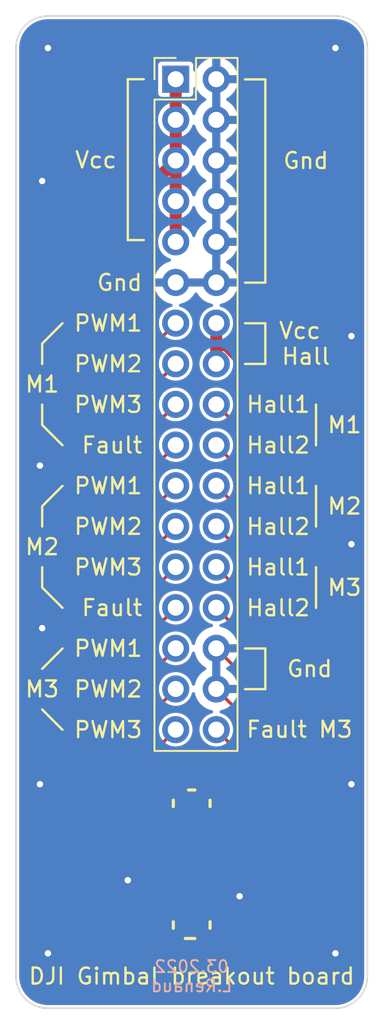
<source format=kicad_pcb>
(kicad_pcb (version 20211014) (generator pcbnew)
  (layers (0 "F.Cu" signal) (31 "B.Cu" signal) (34 "B.Paste" user) (35 "F.Paste" user) (36 "B.SilkS" user "B.Silkscreen") (37 "F.SilkS" user "F.Silkscreen") (38 "B.Mask" user) (39 "F.Mask" user) (44 "Edge.Cuts" user))
  (net 0 "")
  (net 1 "/M3_PWM3")
  (net 2 "/M3_Fault")
  (net 3 "/M3_PWM2")
  (net 4 "GND")
  (net 5 "/M3_PWM1")
  (net 6 "/M2_Fault")
  (net 7 "/M3_Hall2")
  (net 8 "/M2_PWM3")
  (net 9 "/M3_Hall1")
  (net 10 "/M2_PWM2")
  (net 11 "/M2_Hall2")
  (net 12 "/M2_PWM1")
  (net 13 "/M2_Hall1")
  (net 14 "/M1_Fault")
  (net 15 "/M1_Hall2")
  (net 16 "/M1_PWM3")
  (net 17 "/M1_Hall1")
  (net 18 "/M1_PWM2")
  (net 19 "/Vcc_Hall")
  (net 20 "/M1_PWM1")
  (net 21 "VCC")
  (footprint "SamacSys_Parts:BM20B0834DS04V53" (layer "F.Cu") (at 177 110 -90)
    (fp_text reference "J2" hide)
    (fp_text value "BM20B_0.8_-34DS-0.4V_53_" hide)
    (fp_line (start 3.6 -1.15) (end 4 -1.15) (layer "F.SilkS") (width 0.2))
    (fp_line (start 4.64 0.4) (end 4.64 -0.2) (layer "F.SilkS") (width 0.2))
    (fp_line (start -4 -1.15) (end -3.6 -1.15) (layer "F.SilkS") (width 0.2))
    (fp_line (start 3.6 1.15) (end 4 1.15) (layer "F.SilkS") (width 0.2))
    (fp_line (start -4 1.15) (end -3.6 1.15) (layer "F.SilkS") (width 0.2))
    (fp_line (start -4.64 0.2) (end -4.64 -0.2) (layer "F.SilkS") (width 0.2))
    (pad "1" smd rect locked (at -3.2 1.09 270) (size 0.23 0.42) (layers "F.Cu" "F.Paste" "F.Mask") (net 1 "/M3_PWM3"))
    (pad "2" smd rect locked (at -3.2 -1.09 270) (size 0.23 0.42) (layers "F.Cu" "F.Paste" "F.Mask") (net 2 "/M3_Fault"))
    (pad "3" smd rect locked (at -2.8 1.09 270) (size 0.23 0.42) (layers "F.Cu" "F.Paste" "F.Mask") (net 3 "/M3_PWM2"))
    (pad "4" smd rect locked (at -2.8 -1.09 270) (size 0.23 0.42) (layers "F.Cu" "F.Paste" "F.Mask") (net 4 "GND"))
    (pad "5" smd rect locked (at -2.4 1.09 270) (size 0.23 0.42) (layers "F.Cu" "F.Paste" "F.Mask") (net 5 "/M3_PWM1"))
    (pad "6" smd rect locked (at -2.4 -1.09 270) (size 0.23 0.42) (layers "F.Cu" "F.Paste" "F.Mask") (net 4 "GND"))
    (pad "7" smd rect locked (at -2 1.09 270) (size 0.23 0.42) (layers "F.Cu" "F.Paste" "F.Mask") (net 6 "/M2_Fault"))
    (pad "8" smd rect locked (at -2 -1.09 270) (size 0.23 0.42) (layers "F.Cu" "F.Paste" "F.Mask") (net 7 "/M3_Hall2"))
    (pad "9" smd rect locked (at -1.6 1.09 270) (size 0.23 0.42) (layers "F.Cu" "F.Paste" "F.Mask") (net 8 "/M2_PWM3"))
    (pad "10" smd rect locked (at -1.6 -1.09 270) (size 0.23 0.42) (layers "F.Cu" "F.Paste" "F.Mask") (net 9 "/M3_Hall1"))
    (pad "11" smd rect locked (at -1.2 1.09 270) (size 0.23 0.42) (layers "F.Cu" "F.Paste" "F.Mask") (net 10 "/M2_PWM2"))
    (pad "12" smd rect locked (at -1.2 -1.09 270) (size 0.23 0.42) (layers "F.Cu" "F.Paste" "F.Mask") (net 11 "/M2_Hall2"))
    (pad "13" smd rect locked (at -0.8 1.09 270) (size 0.23 0.42) (layers "F.Cu" "F.Paste" "F.Mask") (net 12 "/M2_PWM1"))
    (pad "14" smd rect locked (at -0.8 -1.09 270) (size 0.23 0.42) (layers "F.Cu" "F.Paste" "F.Mask") (net 13 "/M2_Hall1"))
    (pad "15" smd rect locked (at -0.4 1.09 270) (size 0.23 0.42) (layers "F.Cu" "F.Paste" "F.Mask") (net 14 "/M1_Fault"))
    (pad "16" smd rect locked (at -0.4 -1.09 270) (size 0.23 0.42) (layers "F.Cu" "F.Paste" "F.Mask") (net 15 "/M1_Hall2"))
    (pad "17" smd rect locked (at 0 1.09 270) (size 0.23 0.42) (layers "F.Cu" "F.Paste" "F.Mask") (net 16 "/M1_PWM3"))
    (pad "18" smd rect locked (at 0 -1.09 270) (size 0.23 0.42) (layers "F.Cu" "F.Paste" "F.Mask") (net 17 "/M1_Hall1"))
    (pad "19" smd rect locked (at 0.4 1.09 270) (size 0.23 0.42) (layers "F.Cu" "F.Paste" "F.Mask") (net 18 "/M1_PWM2"))
    (pad "20" smd rect locked (at 0.4 -1.09 270) (size 0.23 0.42) (layers "F.Cu" "F.Paste" "F.Mask") (net 19 "/Vcc_Hall"))
    (pad "21" smd rect locked (at 0.8 1.09 270) (size 0.23 0.42) (layers "F.Cu" "F.Paste" "F.Mask") (net 20 "/M1_PWM1"))
    (pad "22" smd rect locked (at 0.8 -1.09 270) (size 0.23 0.42) (layers "F.Cu" "F.Paste" "F.Mask") (net 19 "/Vcc_Hall"))
    (pad "23" smd rect locked (at 1.2 1.09 270) (size 0.23 0.42) (layers "F.Cu" "F.Paste" "F.Mask") (net 4 "GND"))
    (pad "24" smd rect locked (at 1.2 -1.09 270) (size 0.23 0.42) (layers "F.Cu" "F.Paste" "F.Mask") (net 4 "GND"))
    (pad "25" smd rect locked (at 1.6 1.09 270) (size 0.23 0.42) (layers "F.Cu" "F.Paste" "F.Mask") (net 21 "VCC"))
    (pad "26" smd rect locked (at 1.6 -1.09 270) (size 0.23 0.42) (layers "F.Cu" "F.Paste" "F.Mask") (net 4 "GND"))
    (pad "27" smd rect locked (at 2 1.09 270) (size 0.23 0.42) (layers "F.Cu" "F.Paste" "F.Mask") (net 21 "VCC"))
    (pad "28" smd rect locked (at 2 -1.09 270) (size 0.23 0.42) (layers "F.Cu" "F.Paste" "F.Mask") (net 4 "GND"))
    (pad "29" smd rect locked (at 2.4 1.09 270) (size 0.23 0.42) (layers "F.Cu" "F.Paste" "F.Mask") (net 21 "VCC"))
    (pad "30" smd rect locked (at 2.4 -1.09 270) (size 0.23 0.42) (layers "F.Cu" "F.Paste" "F.Mask") (net 4 "GND"))
    (pad "31" smd rect locked (at 2.8 1.09 270) (size 0.23 0.42) (layers "F.Cu" "F.Paste" "F.Mask") (net 21 "VCC"))
    (pad "32" smd rect locked (at 2.8 -1.09 270) (size 0.23 0.42) (layers "F.Cu" "F.Paste" "F.Mask") (net 4 "GND"))
    (pad "33" smd rect locked (at 3.2 1.09 270) (size 0.23 0.42) (layers "F.Cu" "F.Paste" "F.Mask") (net 21 "VCC"))
    (pad "34" smd rect locked (at 3.2 -1.09 270) (size 0.23 0.42) (layers "F.Cu" "F.Paste" "F.Mask") (net 4 "GND"))
    (pad "MP1" smd rect locked (at -4.41 -0.925 270) (size 0.3 0.75) (layers "F.Cu" "F.Paste" "F.Mask"))
    (pad "MP2" smd rect locked (at -4.41 0.925 270) (size 0.3 0.75) (layers "F.Cu" "F.Paste" "F.Mask"))
    (pad "MP3" smd rect locked (at 4.41 0.925 270) (size 0.3 0.75) (layers "F.Cu" "F.Paste" "F.Mask"))
    (pad "MP4" smd rect locked (at 4.41 -0.925 270) (size 0.3 0.75) (layers "F.Cu" "F.Paste" "F.Mask"))
  )
  (footprint "Connector_PinHeader_2.54mm:PinHeader_2x17_P2.54mm_Vertical" (layer "F.Cu") (at 176 60.95)
    (fp_text reference "J1" hide)
    (fp_text value "Conn_02x17_Odd_Even")
    (fp_line (start 3.87 -1.33) (end 3.87 41.97) (layer "F.SilkS") (width 0.12))
    (fp_line (start -1.33 -1.33) (end 0 -1.33) (layer "F.SilkS") (width 0.12))
    (fp_line (start -1.33 0) (end -1.33 -1.33) (layer "F.SilkS") (width 0.12))
    (fp_line (start 1.27 1.27) (end 1.27 -1.33) (layer "F.SilkS") (width 0.12))
    (fp_line (start -1.33 41.97) (end 3.87 41.97) (layer "F.SilkS") (width 0.12))
    (fp_line (start -1.33 1.27) (end 1.27 1.27) (layer "F.SilkS") (width 0.12))
    (fp_line (start -1.33 1.27) (end -1.33 41.97) (layer "F.SilkS") (width 0.12))
    (fp_line (start 1.27 -1.33) (end 3.87 -1.33) (layer "F.SilkS") (width 0.12))
    (pad "1" thru_hole rect (at 0 0) (size 1.7 1.7) (drill 1) (layers *.Cu *.Mask) (net 21 "VCC"))
    (pad "2" thru_hole oval (at 2.54 0) (size 1.7 1.7) (drill 1) (layers *.Cu *.Mask) (net 4 "GND"))
    (pad "3" thru_hole oval (at 0 2.54) (size 1.7 1.7) (drill 1) (layers *.Cu *.Mask) (net 21 "VCC"))
    (pad "4" thru_hole oval (at 2.54 2.54) (size 1.7 1.7) (drill 1) (layers *.Cu *.Mask) (net 4 "GND"))
    (pad "5" thru_hole oval (at 0 5.08) (size 1.7 1.7) (drill 1) (layers *.Cu *.Mask) (net 21 "VCC"))
    (pad "6" thru_hole oval (at 2.54 5.08) (size 1.7 1.7) (drill 1) (layers *.Cu *.Mask) (net 4 "GND"))
    (pad "7" thru_hole oval (at 0 7.62) (size 1.7 1.7) (drill 1) (layers *.Cu *.Mask) (net 21 "VCC"))
    (pad "8" thru_hole oval (at 2.54 7.62) (size 1.7 1.7) (drill 1) (layers *.Cu *.Mask) (net 4 "GND"))
    (pad "9" thru_hole oval (at 0 10.16) (size 1.7 1.7) (drill 1) (layers *.Cu *.Mask) (net 21 "VCC"))
    (pad "10" thru_hole oval (at 2.54 10.16) (size 1.7 1.7) (drill 1) (layers *.Cu *.Mask) (net 4 "GND"))
    (pad "11" thru_hole oval (at 0 12.7) (size 1.7 1.7) (drill 1) (layers *.Cu *.Mask) (net 4 "GND"))
    (pad "12" thru_hole oval (at 2.54 12.7) (size 1.7 1.7) (drill 1) (layers *.Cu *.Mask) (net 4 "GND"))
    (pad "13" thru_hole oval (at 0 15.24) (size 1.7 1.7) (drill 1) (layers *.Cu *.Mask) (net 20 "/M1_PWM1"))
    (pad "14" thru_hole oval (at 2.54 15.24) (size 1.7 1.7) (drill 1) (layers *.Cu *.Mask) (net 19 "/Vcc_Hall"))
    (pad "15" thru_hole oval (at 0 17.78) (size 1.7 1.7) (drill 1) (layers *.Cu *.Mask) (net 18 "/M1_PWM2"))
    (pad "16" thru_hole oval (at 2.54 17.78) (size 1.7 1.7) (drill 1) (layers *.Cu *.Mask) (net 19 "/Vcc_Hall"))
    (pad "17" thru_hole oval (at 0 20.32) (size 1.7 1.7) (drill 1) (layers *.Cu *.Mask) (net 16 "/M1_PWM3"))
    (pad "18" thru_hole oval (at 2.54 20.32) (size 1.7 1.7) (drill 1) (layers *.Cu *.Mask) (net 17 "/M1_Hall1"))
    (pad "19" thru_hole oval (at 0 22.86) (size 1.7 1.7) (drill 1) (layers *.Cu *.Mask) (net 14 "/M1_Fault"))
    (pad "20" thru_hole oval (at 2.54 22.86) (size 1.7 1.7) (drill 1) (layers *.Cu *.Mask) (net 15 "/M1_Hall2"))
    (pad "21" thru_hole oval (at 0 25.4) (size 1.7 1.7) (drill 1) (layers *.Cu *.Mask) (net 12 "/M2_PWM1"))
    (pad "22" thru_hole oval (at 2.54 25.4) (size 1.7 1.7) (drill 1) (layers *.Cu *.Mask) (net 13 "/M2_Hall1"))
    (pad "23" thru_hole oval (at 0 27.94) (size 1.7 1.7) (drill 1) (layers *.Cu *.Mask) (net 10 "/M2_PWM2"))
    (pad "24" thru_hole oval (at 2.54 27.94) (size 1.7 1.7) (drill 1) (layers *.Cu *.Mask) (net 11 "/M2_Hall2"))
    (pad "25" thru_hole oval (at 0 30.48) (size 1.7 1.7) (drill 1) (layers *.Cu *.Mask) (net 8 "/M2_PWM3"))
    (pad "26" thru_hole oval (at 2.54 30.48) (size 1.7 1.7) (drill 1) (layers *.Cu *.Mask) (net 9 "/M3_Hall1"))
    (pad "27" thru_hole oval (at 0 33.02) (size 1.7 1.7) (drill 1) (layers *.Cu *.Mask) (net 6 "/M2_Fault"))
    (pad "28" thru_hole oval (at 2.54 33.02) (size 1.7 1.7) (drill 1) (layers *.Cu *.Mask) (net 7 "/M3_Hall2"))
    (pad "29" thru_hole oval (at 0 35.56) (size 1.7 1.7) (drill 1) (layers *.Cu *.Mask) (net 5 "/M3_PWM1"))
    (pad "30" thru_hole oval (at 2.54 35.56) (size 1.7 1.7) (drill 1) (layers *.Cu *.Mask) (net 4 "GND"))
    (pad "31" thru_hole oval (at 0 38.1) (size 1.7 1.7) (drill 1) (layers *.Cu *.Mask) (net 3 "/M3_PWM2"))
    (pad "32" thru_hole oval (at 2.54 38.1) (size 1.7 1.7) (drill 1) (layers *.Cu *.Mask) (net 4 "GND"))
    (pad "33" thru_hole oval (at 0 40.64) (size 1.7 1.7) (drill 1) (layers *.Cu *.Mask) (net 1 "/M3_PWM3"))
    (pad "34" thru_hole oval (at 2.54 40.64) (size 1.7 1.7) (drill 1) (layers *.Cu *.Mask) (net 2 "/M3_Fault"))
  )
  (gr_line (start 181.61 76.2) (end 181.61 78.74) (layer "F.SilkS") (width 0.15))
  (gr_line (start 167.64 78.74) (end 167.64 77.47) (layer "F.SilkS") (width 0.15))
  (gr_line (start 174 60.95) (end 173 60.95) (layer "F.SilkS") (width 0.15))
  (gr_line (start 168.91 76.2) (end 167.64 77.47) (layer "F.SilkS") (width 0.15))
  (gr_line (start 181.61 96.52) (end 181.61 99.06) (layer "F.SilkS") (width 0.15))
  (gr_line (start 180.34 96.52) (end 181.61 96.52) (layer "F.SilkS") (width 0.15))
  (gr_line (start 167.64 97.79) (end 168.91 96.52) (layer "F.SilkS") (width 0.15))
  (gr_line (start 184.785 86.36) (end 184.785 88.9) (layer "F.SilkS") (width 0.15))
  (gr_line (start 184.785 81.28) (end 184.785 83.82) (layer "F.SilkS") (width 0.15))
  (gr_line (start 167.64 82.55) (end 167.64 81.28) (layer "F.SilkS") (width 0.15))
  (gr_line (start 167.64 92.71) (end 168.91 93.98) (layer "F.SilkS") (width 0.15))
  (gr_line (start 168.91 101.6) (end 167.64 100.33) (layer "F.SilkS") (width 0.15))
  (gr_line (start 167.64 92.71) (end 167.64 91.44) (layer "F.SilkS") (width 0.15))
  (gr_line (start 180.34 73.66) (end 181.61 73.66) (layer "F.SilkS") (width 0.15))
  (gr_line (start 173 60.95) (end 173 71) (layer "F.SilkS") (width 0.15))
  (gr_line (start 167.64 88.9) (end 167.64 87.63) (layer "F.SilkS") (width 0.15))
  (gr_line (start 173 71) (end 174 71) (layer "F.SilkS") (width 0.15))
  (gr_line (start 180.34 78.74) (end 181.61 78.74) (layer "F.SilkS") (width 0.15))
  (gr_line (start 180.34 99.06) (end 181.61 99.06) (layer "F.SilkS") (width 0.15))
  (gr_line (start 180.34 60.96) (end 181.61 60.96) (layer "F.SilkS") (width 0.15))
  (gr_line (start 184.785 91.44) (end 184.785 93.98) (layer "F.SilkS") (width 0.15))
  (gr_line (start 180.34 76.2) (end 181.61 76.2) (layer "F.SilkS") (width 0.15))
  (gr_line (start 168.91 83.82) (end 167.64 82.55) (layer "F.SilkS") (width 0.15))
  (gr_line (start 181.61 60.96) (end 181.61 73.66) (layer "F.SilkS") (width 0.15))
  (gr_line (start 167.64 87.63) (end 168.91 86.36) (layer "F.SilkS") (width 0.15))
  (gr_line (start 168 57) (end 186 57) (layer "Edge.Cuts") (width 0.1))
  (gr_line (start 166 59) (end 166 117) (layer "Edge.Cuts") (width 0.1))
  (gr_arc (start 188 117) (mid 187.414214 118.414214) (end 186 119) (layer "Edge.Cuts") (width 0.1))
  (gr_arc (start 166 59) (mid 166.585786 57.585786) (end 168 57) (layer "Edge.Cuts") (width 0.1))
  (gr_arc (start 168 119) (mid 166.585786 118.414214) (end 166 117) (layer "Edge.Cuts") (width 0.1))
  (gr_line (start 168 119) (end 186 119) (layer "Edge.Cuts") (width 0.1))
  (gr_line (start 188 117) (end 188 59) (layer "Edge.Cuts") (width 0.1))
  (gr_arc (start 186 57) (mid 187.414214 57.585786) (end 188 59) (layer "Edge.Cuts") (width 0.1))
  (gr_text "03.2022\nL.Renaud" (at 177 117) (layer "B.SilkS") (effects (font (size 0.75 0.75) (thickness 0.12)) (justify mirror)))
  (gr_text "Fault" (at 173.99 93.98) (layer "F.SilkS") (effects (font (size 1 1)) (justify right)))
  (gr_text "M3" (at 167.64 99.06) (layer "F.SilkS") (effects (font (size 1 1))))
  (gr_text "Gnd" (at 173.99 73.66) (layer "F.SilkS") (effects (font (size 1 1)) (justify right)))
  (gr_text "Hall1" (at 180.34 81.273021) (layer "F.SilkS") (effects (font (size 1 1)) (justify left)))
  (gr_text "Fault M3" (at 180.34 101.579065) (layer "F.SilkS") (effects (font (size 1 1)) (justify left)))
  (gr_text "M1" (at 167.64 80.01) (layer "F.SilkS") (effects (font (size 1 1))))
  (gr_text "PWM2" (at 173.99 99.06) (layer "F.SilkS") (effects (font (size 1 1)) (justify right)))
  (gr_text "Hall2" (at 180.34 93.986979) (layer "F.SilkS") (effects (font (size 1 1)) (justify left)))
  (gr_text "PWM1" (at 173.99 76.2) (layer "F.SilkS") (effects (font (size 1 1)) (justify right)))
  (gr_text "Hall1" (at 180.34 86.36) (layer "F.SilkS") (effects (font (size 1 1)) (justify left)))
  (gr_text "PWM2" (at 173.99 78.74) (layer "F.SilkS") (effects (font (size 1 1)) (justify right)))
  (gr_text "M2" (at 185.42 87.63) (layer "F.SilkS") (effects (font (size 1 1)) (justify left)))
  (gr_text "PWM3" (at 173.99 91.44) (layer "F.SilkS") (effects (font (size 1 1)) (justify right)))
  (gr_text "Vcc" (at 171 66) (layer "F.SilkS") (effects (font (size 1 1))))
  (gr_text "Hall2" (at 180.34 83.82) (layer "F.SilkS") (effects (font (size 1 1)) (justify left)))
  (gr_text "Hall1" (at 180.34 91.44) (layer "F.SilkS") (effects (font (size 1 1)) (justify left)))
  (gr_text "PWM3" (at 173.99 101.6) (layer "F.SilkS") (effects (font (size 1 1)) (justify right)))
  (gr_text "Gnd" (at 184.15 66.04) (layer "F.SilkS") (effects (font (size 1 1))))
  (gr_text "Gnd" (at 182.88 97.79) (layer "F.SilkS") (effects (font (size 1 1)) (justify left)))
  (gr_text "Fault" (at 173.99 83.82) (layer "F.SilkS") (effects (font (size 1 1)) (justify right)))
  (gr_text "PWM1" (at 173.99 86.36) (layer "F.SilkS") (effects (font (size 1 1)) (justify right)))
  (gr_text "PWM2" (at 173.99 88.9) (layer "F.SilkS") (effects (font (size 1 1)) (justify right)))
  (gr_text "PWM3" (at 173.99 81.28) (layer "F.SilkS") (effects (font (size 1 1)) (justify right)))
  (gr_text "PWM1" (at 173.99 96.52) (layer "F.SilkS") (effects (font (size 1 1)) (justify right)))
  (gr_text "M2" (at 167.64 90.17) (layer "F.SilkS") (effects (font (size 1 1))))
  (gr_text "Hall2" (at 180.34 88.906979) (layer "F.SilkS") (effects (font (size 1 1)) (justify left)))
  (gr_text "M3" (at 185.42 92.71) (layer "F.SilkS") (effects (font (size 1 1)) (justify left)))
  (gr_text "M1" (at 185.42 82.55) (layer "F.SilkS") (effects (font (size 1 1)) (justify left)))
  (gr_text "DJI Gimbal breakout board" (at 177 117) (layer "F.SilkS") (effects (font (size 1 1))))
  (gr_text "Vcc \nHall" (at 184.15 77.47) (layer "F.SilkS") (effects (font (size 1 1))))
  (segment (start 175.91 106.8) (end 175.8 106.8) (width 0.2) (layer "F.Cu") (net 1))
  (segment (start 175 102.6) (end 176 101.6) (width 0.2) (layer "F.Cu") (net 1))
  (segment (start 175.8 106.8) (end 175 106) (width 0.2) (layer "F.Cu") (net 1))
  (segment (start 175 106) (end 175 102.6) (width 0.2) (layer "F.Cu") (net 1))
  (segment (start 178.09 106.8) (end 179.39 105.5) (width 0.2) (layer "F.Cu") (net 2))
  (segment (start 179.39 102.45) (end 178.54 101.6) (width 0.2) (layer "F.Cu") (net 2))
  (segment (start 179.39 105.5) (end 179.39 102.45) (width 0.2) (layer "F.Cu") (net 2))
  (segment (start 175.485978 107.2) (end 174.650481 106.364503) (width 0.2) (layer "F.Cu") (net 3))
  (segment (start 174.650481 100.409519) (end 176 99.06) (width 0.2) (layer "F.Cu") (net 3))
  (segment (start 174.650481 106.364503) (end 174.650481 100.409519) (width 0.2) (layer "F.Cu") (net 3))
  (segment (start 175.91 107.2) (end 175.485978 107.2) (width 0.2) (layer "F.Cu") (net 3))
  (segment (start 175.91 111.2) (end 178.09 111.2) (width 0.2) (layer "F.Cu") (net 4))
  (segment (start 178.514022 107.2) (end 179.739519 105.974503) (width 0.2) (layer "F.Cu") (net 4))
  (segment (start 180.089039 106.119278) (end 180.089039 98.069039) (width 0.2) (layer "F.Cu") (net 4))
  (segment (start 179.739519 100.259519) (end 178.54 99.06) (width 0.2) (layer "F.Cu") (net 4))
  (segment (start 178.608318 107.6) (end 180.089039 106.119278) (width 0.2) (layer "F.Cu") (net 4))
  (segment (start 178.09 107.2) (end 178.514022 107.2) (width 0.2) (layer "F.Cu") (net 4))
  (segment (start 178.09 107.6) (end 178.608318 107.6) (width 0.2) (layer "F.Cu") (net 4))
  (segment (start 180.089039 98.069039) (end 178.54 96.52) (width 0.2) (layer "F.Cu") (net 4))
  (segment (start 179.739519 105.974503) (end 179.739519 100.259519) (width 0.2) (layer "F.Cu") (net 4))
  (via (at 187 77) (size 0.8) (drill 0.4) (layers "F.Cu" "B.Cu") (net 4))
  (via (at 167.64 67.31) (size 0.8) (drill 0.4) (layers "F.Cu" "B.Cu") (net 4))
  (via (at 186 59) (size 0.8) (drill 0.4) (layers "F.Cu" "B.Cu") (net 4))
  (via (at 186 115.57) (size 0.8) (drill 0.4) (layers "F.Cu" "B.Cu") (net 4))
  (via (at 168 59) (size 0.8) (drill 0.4) (layers "F.Cu" "B.Cu") (net 4))
  (via (at 167.5 105) (size 0.8) (drill 0.4) (layers "F.Cu" "B.Cu") (net 4))
  (via (at 173 111) (size 0.8) (drill 0.4) (layers "F.Cu" "B.Cu") (net 4))
  (via (at 187 105) (size 0.8) (drill 0.4) (layers "F.Cu" "B.Cu") (net 4))
  (via (at 187 90) (size 0.8) (drill 0.4) (layers "F.Cu" "B.Cu") (net 4))
  (via (at 167.5 85.09) (size 0.8) (drill 0.4) (layers "F.Cu" "B.Cu") (net 4))
  (via (at 168 115.57) (size 0.8) (drill 0.4) (layers "F.Cu" "B.Cu") (net 4))
  (via (at 167.64 95.25) (size 0.8) (drill 0.4) (layers "F.Cu" "B.Cu") (net 4))
  (via (at 180 112) (size 0.8) (drill 0.4) (layers "F.Cu" "B.Cu") (net 4))
  (segment (start 175.391682 107.6) (end 174.300961 106.509278) (width 0.2) (layer "F.Cu") (net 5))
  (segment (start 174.300961 106.509278) (end 174.300961 98.219039) (width 0.2) (layer "F.Cu") (net 5))
  (segment (start 174.300961 98.219039) (end 176 96.52) (width 0.2) (layer "F.Cu") (net 5))
  (segment (start 175.91 107.6) (end 175.391682 107.6) (width 0.2) (layer "F.Cu") (net 5))
  (segment (start 173.951441 96.028559) (end 173.951442 106.654055) (width 0.2) (layer "F.Cu") (net 6))
  (segment (start 173.951442 106.654055) (end 175.297387 108) (width 0.2) (layer "F.Cu") (net 6))
  (segment (start 176 93.98) (end 173.951441 96.028559) (width 0.2) (layer "F.Cu") (net 6))
  (segment (start 175.297387 108) (end 175.91 108) (width 0.2) (layer "F.Cu") (net 6))
  (segment (start 179 108) (end 178.09 108) (width 0.2) (layer "F.Cu") (net 7))
  (segment (start 180.438558 106.561442) (end 179 108) (width 0.2) (layer "F.Cu") (net 7))
  (segment (start 180.438558 95.878558) (end 180.438558 106.561442) (width 0.2) (layer "F.Cu") (net 7))
  (segment (start 178.54 93.98) (end 180.438558 95.878558) (width 0.2) (layer "F.Cu") (net 7))
  (segment (start 173.601922 106.798831) (end 173.601922 93.838078) (width 0.2) (layer "F.Cu") (net 8))
  (segment (start 173.601922 93.838078) (end 176 91.44) (width 0.2) (layer "F.Cu") (net 8))
  (segment (start 175.203091 108.4) (end 173.601922 106.798831) (width 0.2) (layer "F.Cu") (net 8))
  (segment (start 175.91 108.4) (end 175.203091 108.4) (width 0.2) (layer "F.Cu") (net 8))
  (segment (start 180.788078 93.688078) (end 178.54 91.44) (width 0.2) (layer "F.Cu") (net 9))
  (segment (start 180.788078 106.706217) (end 180.788078 93.688078) (width 0.2) (layer "F.Cu") (net 9))
  (segment (start 179.094295 108.4) (end 180.788078 106.706217) (width 0.2) (layer "F.Cu") (net 9))
  (segment (start 178.09 108.4) (end 179.094295 108.4) (width 0.2) (layer "F.Cu") (net 9))
  (segment (start 174.8 108.8) (end 175.91 108.8) (width 0.2) (layer "F.Cu") (net 10))
  (segment (start 173.252403 107.252403) (end 174.8 108.8) (width 0.2) (layer "F.Cu") (net 10))
  (segment (start 176 88.9) (end 173.252403 91.647597) (width 0.2) (layer "F.Cu") (net 10))
  (segment (start 173.252403 91.647597) (end 173.252403 107.252403) (width 0.2) (layer "F.Cu") (net 10))
  (segment (start 181.137598 91.497598) (end 178.54 88.9) (width 0.2) (layer "F.Cu") (net 11))
  (segment (start 178.09 108.8) (end 179.18859 108.8) (width 0.2) (layer "F.Cu") (net 11))
  (segment (start 181.137598 106.850992) (end 181.137598 91.497598) (width 0.2) (layer "F.Cu") (net 11))
  (segment (start 179.18859 108.8) (end 181.137598 106.850992) (width 0.2) (layer "F.Cu") (net 11))
  (segment (start 175.91 109.2) (end 174.705705 109.2) (width 0.2) (layer "F.Cu") (net 12))
  (segment (start 174.705705 109.2) (end 172.902883 107.397178) (width 0.2) (layer "F.Cu") (net 12))
  (segment (start 172.902883 89.457117) (end 176 86.36) (width 0.2) (layer "F.Cu") (net 12))
  (segment (start 172.902883 107.397178) (end 172.902883 89.457117) (width 0.2) (layer "F.Cu") (net 12))
  (segment (start 181.487118 89.307118) (end 181.487117 106.995769) (width 0.2) (layer "F.Cu") (net 13))
  (segment (start 178.54 86.36) (end 181.487118 89.307118) (width 0.2) (layer "F.Cu") (net 13))
  (segment (start 181.487117 106.995769) (end 179.282886 109.2) (width 0.2) (layer "F.Cu") (net 13))
  (segment (start 179.282886 109.2) (end 178.09 109.2) (width 0.2) (layer "F.Cu") (net 13))
  (segment (start 172.553363 87.266637) (end 176 83.82) (width 0.2) (layer "F.Cu") (net 14))
  (segment (start 174.61141 109.6) (end 172.553363 107.541953) (width 0.2) (layer "F.Cu") (net 14))
  (segment (start 175.91 109.6) (end 174.61141 109.6) (width 0.2) (layer "F.Cu") (net 14))
  (segment (start 172.553363 107.541953) (end 172.553363 87.266637) (width 0.2) (layer "F.Cu") (net 14))
  (segment (start 181.836638 107.140543) (end 181.836638 87.116638) (width 0.2) (layer "F.Cu") (net 15))
  (segment (start 179.377181 109.6) (end 181.836638 107.140543) (width 0.2) (layer "F.Cu") (net 15))
  (segment (start 181.836638 87.116638) (end 178.54 83.82) (width 0.2) (layer "F.Cu") (net 15))
  (segment (start 178.09 109.6) (end 179.377181 109.6) (width 0.2) (layer "F.Cu") (net 15))
  (segment (start 174.517115 110) (end 172.203843 107.686728) (width 0.2) (layer "F.Cu") (net 16))
  (segment (start 175.91 110) (end 174.517115 110) (width 0.2) (layer "F.Cu") (net 16))
  (segment (start 172.203843 107.686728) (end 172.203843 85.076157) (width 0.2) (layer "F.Cu") (net 16))
  (segment (start 172.203843 85.076157) (end 176 81.28) (width 0.2) (layer "F.Cu") (net 16))
  (segment (start 182.186158 84.926158) (end 182.186157 87.261415) (width 0.2) (layer "F.Cu") (net 17))
  (segment (start 178.54 81.28) (end 182.186158 84.926158) (width 0.2) (layer "F.Cu") (net 17))
  (segment (start 182.186157 87.261415) (end 182.186157 107.28532) (width 0.2) (layer "F.Cu") (net 17))
  (segment (start 182.186157 107.28532) (end 179.471477 110) (width 0.2) (layer "F.Cu") (net 17))
  (segment (start 179.471477 110) (end 178.09 110) (width 0.2) (layer "F.Cu") (net 17))
  (segment (start 171.854324 107.831505) (end 174.422819 110.4) (width 0.2) (layer "F.Cu") (net 18))
  (segment (start 171.854323 82.885677) (end 171.854324 107.831505) (width 0.2) (layer "F.Cu") (net 18))
  (segment (start 176 78.74) (end 171.854323 82.885677) (width 0.2) (layer "F.Cu") (net 18))
  (segment (start 174.422819 110.4) (end 175.91 110.4) (width 0.2) (layer "F.Cu") (net 18))
  (segment (start 184.15 82.55) (end 180.33 78.73) (width 0.75) (layer "F.Cu") (net 19))
  (segment (start 184.15 107.95) (end 184.15 82.55) (width 0.75) (layer "F.Cu") (net 19))
  (segment (start 178.0794 110.49) (end 178.0794 110.744) (width 0.3) (layer "F.Cu") (net 19))
  (segment (start 179.1682 77.5682) (end 180.33 78.73) (width 0.75) (layer "F.Cu") (net 19))
  (segment (start 179.9082 110.617) (end 178.065811 110.617) (width 0.5) (layer "F.Cu") (net 19))
  (segment (start 178.54 77.5682) (end 178.54 78.73) (width 0.75) (layer "F.Cu") (net 19))
  (segment (start 178.54 76.19) (end 178.54 77.5682) (width 0.75) (layer "F.Cu") (net 19))
  (segment (start 181.483 110.617) (end 184.15 107.95) (width 0.75) (layer "F.Cu") (net 19))
  (segment (start 179.9082 110.617) (end 181.483 110.617) (width 0.75) (layer "F.Cu") (net 19))
  (segment (start 178.54 77.5682) (end 179.1682 77.5682) (width 0.75) (layer "F.Cu") (net 19))
  (segment (start 171.504804 107.97628) (end 171.504804 80.695196) (width 0.2) (layer "F.Cu") (net 20))
  (segment (start 174.328523 110.8) (end 171.504804 107.97628) (width 0.2) (layer "F.Cu") (net 20))
  (segment (start 175.91 110.8) (end 174.328523 110.8) (width 0.2) (layer "F.Cu") (net 20))
  (segment (start 171.504804 80.695196) (end 176 76.2) (width 0.2) (layer "F.Cu") (net 20))
  (segment (start 176 66.04) (end 170 72.04) (width 0.75) (layer "F.Cu") (net 21))
  (segment (start 172.4 112.4) (end 175.91 112.4) (width 0.75) (layer "F.Cu") (net 21))
  (segment (start 176 71.12) (end 176 60.96) (width 0.75) (layer "F.Cu") (net 21))
  (segment (start 175.91 111.6) (end 175.91 113.2) (width 0.2) (layer "F.Cu") (net 21))
  (segment (start 170 110) (end 172.4 112.4) (width 0.75) (layer "F.Cu") (net 21))
  (segment (start 170 72.04) (end 170 110) (width 0.75) (layer "F.Cu") (net 21))
  (zone (net 4) (net_name "GND") (layers F&B.Cu) (connect_pads thru_hole_only (clearance 0.2)) (min_thickness 0.2) (fill yes (thermal_gap 0.508) (thermal_bridge_width 0.508))
    (polygon (pts (xy 189 120) (xy 165 120) (xy 165 56) (xy 189 56)))
  )
)
</source>
